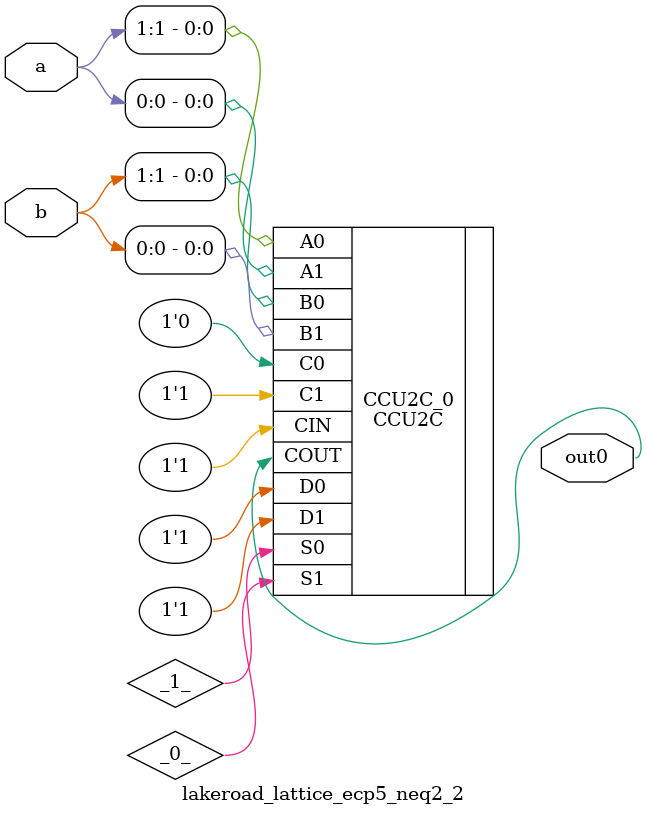
<source format=v>

/* Generated by Yosys 0.19 (git sha1 a45c131b37c, clang 13.1.6 -fPIC -Os) */

module lakeroad_lattice_ecp5_neq2_2(a, b, out0);
  wire _0_;
  wire _1_;
  input [1:0] a;
  wire [1:0] a;
  input [1:0] b;
  wire [1:0] b;
  output out0;
  wire out0;
  CCU2C #(
    .INIT0(16'h9616),
    .INIT1(16'h9616),
    .INJECT1_0("YES"),
    .INJECT1_1("NO")
  ) CCU2C_0 (
    .A0(a[1]),
    .A1(a[0]),
    .B0(b[1]),
    .B1(b[0]),
    .C0(1'h0),
    .C1(1'h1),
    .CIN(1'h1),
    .COUT(out0),
    .D0(1'h1),
    .D1(1'h1),
    .S0(_1_),
    .S1(_0_)
  );
endmodule


</source>
